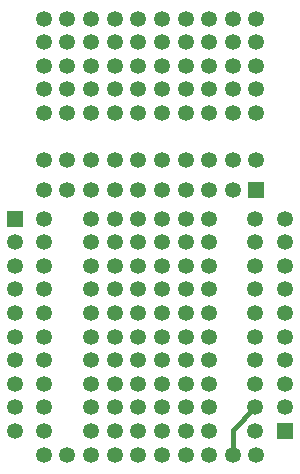
<source format=gbl>
G75*
G70*
%OFA0B0*%
%FSLAX24Y24*%
%IPPOS*%
%LPD*%
%AMOC8*
5,1,8,0,0,1.08239X$1,22.5*
%
%ADD10R,0.0530X0.0530*%
%ADD11C,0.0530*%
%ADD12C,0.0160*%
D10*
X002123Y010428D03*
X010166Y011385D03*
X011123Y003341D03*
D11*
X002123Y003341D03*
X002123Y004129D03*
X002123Y004916D03*
X002123Y005704D03*
X002123Y006491D03*
X002123Y007278D03*
X002123Y008066D03*
X002123Y008853D03*
X002123Y009641D03*
X003079Y009641D03*
X003079Y010428D03*
X003079Y011385D03*
X003079Y012369D03*
X003867Y012369D03*
X003867Y011385D03*
X004654Y011385D03*
X004654Y010428D03*
X004654Y009641D03*
X004654Y008853D03*
X004654Y008066D03*
X004654Y007278D03*
X004654Y006491D03*
X004654Y005704D03*
X004654Y004916D03*
X004654Y004129D03*
X004654Y003341D03*
X004654Y002554D03*
X003867Y002554D03*
X003079Y002554D03*
X003079Y003341D03*
X003079Y004129D03*
X003079Y004916D03*
X003079Y005704D03*
X003079Y006491D03*
X003079Y007278D03*
X003079Y008066D03*
X003079Y008853D03*
X004654Y012369D03*
X005442Y012369D03*
X005442Y011385D03*
X005442Y010428D03*
X005442Y009641D03*
X005442Y008853D03*
X005442Y008066D03*
X005442Y007278D03*
X005442Y006491D03*
X005442Y005704D03*
X005442Y004916D03*
X005442Y004129D03*
X005442Y003341D03*
X005442Y002554D03*
X006229Y002554D03*
X006229Y003341D03*
X006229Y004129D03*
X006229Y004916D03*
X006229Y005704D03*
X006229Y006491D03*
X006229Y007278D03*
X006229Y008066D03*
X006229Y008853D03*
X006229Y009641D03*
X006229Y010428D03*
X006229Y011385D03*
X006229Y012369D03*
X007016Y012369D03*
X007016Y011385D03*
X007016Y010428D03*
X007016Y009641D03*
X007016Y008853D03*
X007016Y008066D03*
X007016Y007278D03*
X007016Y006491D03*
X007016Y005704D03*
X007016Y004916D03*
X007016Y004129D03*
X007016Y003341D03*
X007016Y002554D03*
X007804Y002554D03*
X007804Y003341D03*
X007804Y004129D03*
X007804Y004916D03*
X007804Y005704D03*
X007804Y006491D03*
X007804Y007278D03*
X007804Y008066D03*
X007804Y008853D03*
X007804Y009641D03*
X007804Y010428D03*
X007804Y011385D03*
X007804Y012369D03*
X008591Y012369D03*
X008591Y011385D03*
X008591Y010428D03*
X008591Y009641D03*
X008591Y008853D03*
X008591Y008066D03*
X008591Y007278D03*
X008591Y006491D03*
X008591Y005704D03*
X008591Y004916D03*
X008591Y004129D03*
X008591Y003341D03*
X008591Y002554D03*
X009379Y002554D03*
X010123Y003341D03*
X010123Y004129D03*
X010123Y004916D03*
X010123Y005704D03*
X010123Y006491D03*
X010123Y007278D03*
X010123Y008066D03*
X010123Y008853D03*
X010123Y009641D03*
X010123Y010428D03*
X009379Y011385D03*
X009379Y012369D03*
X010166Y012369D03*
X010166Y013944D03*
X010166Y014731D03*
X010166Y015519D03*
X010166Y016306D03*
X010166Y017093D03*
X009379Y017093D03*
X009379Y016306D03*
X009379Y015519D03*
X009379Y014731D03*
X009379Y013944D03*
X008591Y013944D03*
X008591Y014731D03*
X008591Y015519D03*
X008591Y016306D03*
X008591Y017093D03*
X007804Y017093D03*
X007804Y016306D03*
X007804Y015519D03*
X007804Y014731D03*
X007804Y013944D03*
X007016Y013944D03*
X007016Y014731D03*
X007016Y015519D03*
X007016Y016306D03*
X007016Y017093D03*
X006229Y017093D03*
X006229Y016306D03*
X006229Y015519D03*
X006229Y014731D03*
X006229Y013944D03*
X005442Y013944D03*
X005442Y014731D03*
X005442Y015519D03*
X005442Y016306D03*
X005442Y017093D03*
X004654Y017093D03*
X004654Y016306D03*
X004654Y015519D03*
X004654Y014731D03*
X004654Y013944D03*
X003867Y013944D03*
X003867Y014731D03*
X003867Y015519D03*
X003867Y016306D03*
X003867Y017093D03*
X003079Y017093D03*
X003079Y016306D03*
X003079Y015519D03*
X003079Y014731D03*
X003079Y013944D03*
X010166Y002554D03*
X011123Y004129D03*
X011123Y004916D03*
X011123Y005704D03*
X011123Y006491D03*
X011123Y007278D03*
X011123Y008066D03*
X011123Y008853D03*
X011123Y009641D03*
X011123Y010428D03*
D12*
X010123Y004129D02*
X009379Y003385D01*
X009379Y002554D01*
M02*

</source>
